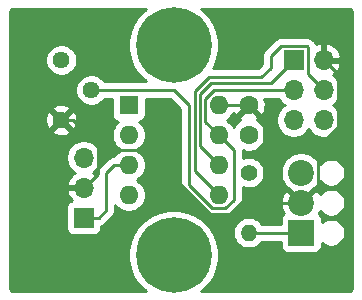
<source format=gbr>
G04 #@! TF.GenerationSoftware,KiCad,Pcbnew,(5.1.6)-1*
G04 #@! TF.CreationDate,2020-09-15T16:07:42-04:00*
G04 #@! TF.ProjectId,ServoLaser,53657276-6f4c-4617-9365-722e6b696361,rev?*
G04 #@! TF.SameCoordinates,Original*
G04 #@! TF.FileFunction,Copper,L1,Top*
G04 #@! TF.FilePolarity,Positive*
%FSLAX46Y46*%
G04 Gerber Fmt 4.6, Leading zero omitted, Abs format (unit mm)*
G04 Created by KiCad (PCBNEW (5.1.6)-1) date 2020-09-15 16:07:42*
%MOMM*%
%LPD*%
G01*
G04 APERTURE LIST*
G04 #@! TA.AperFunction,ComponentPad*
%ADD10R,1.700000X1.700000*%
G04 #@! TD*
G04 #@! TA.AperFunction,ComponentPad*
%ADD11O,1.700000X1.700000*%
G04 #@! TD*
G04 #@! TA.AperFunction,ComponentPad*
%ADD12C,1.600000*%
G04 #@! TD*
G04 #@! TA.AperFunction,ComponentPad*
%ADD13C,1.400000*%
G04 #@! TD*
G04 #@! TA.AperFunction,ComponentPad*
%ADD14O,1.400000X1.400000*%
G04 #@! TD*
G04 #@! TA.AperFunction,ComponentPad*
%ADD15R,1.600000X1.600000*%
G04 #@! TD*
G04 #@! TA.AperFunction,ComponentPad*
%ADD16O,1.600000X1.600000*%
G04 #@! TD*
G04 #@! TA.AperFunction,ComponentPad*
%ADD17C,1.440000*%
G04 #@! TD*
G04 #@! TA.AperFunction,ComponentPad*
%ADD18R,2.200000X2.200000*%
G04 #@! TD*
G04 #@! TA.AperFunction,ComponentPad*
%ADD19C,2.200000*%
G04 #@! TD*
G04 #@! TA.AperFunction,ComponentPad*
%ADD20C,6.400000*%
G04 #@! TD*
G04 #@! TA.AperFunction,Conductor*
%ADD21C,0.250000*%
G04 #@! TD*
G04 #@! TA.AperFunction,Conductor*
%ADD22C,0.254000*%
G04 #@! TD*
G04 APERTURE END LIST*
D10*
X98425000Y-81280000D03*
D11*
X100965000Y-81280000D03*
X98425000Y-83820000D03*
X100965000Y-83820000D03*
X98425000Y-86360000D03*
X100965000Y-86360000D03*
D12*
X94615000Y-85090000D03*
X94615000Y-87590000D03*
D13*
X94615000Y-90805000D03*
D14*
X94615000Y-95885000D03*
D15*
X84455000Y-85090000D03*
D16*
X92075000Y-92710000D03*
X84455000Y-87630000D03*
X92075000Y-90170000D03*
X84455000Y-90170000D03*
X92075000Y-87630000D03*
X84455000Y-92710000D03*
X92075000Y-85090000D03*
D17*
X78740000Y-81280000D03*
X81280000Y-83820000D03*
X78740000Y-86360000D03*
D18*
X99060000Y-95885000D03*
D19*
X99060000Y-93345000D03*
X99060000Y-90805000D03*
D10*
X80645000Y-94615000D03*
D11*
X80645000Y-92075000D03*
X80645000Y-89535000D03*
D20*
X88265000Y-80010000D03*
X88265000Y-97790000D03*
D21*
X92075000Y-85090000D02*
X94615000Y-85090000D01*
X99060000Y-93345000D02*
X96520000Y-93345000D01*
X96520000Y-93345000D02*
X95885000Y-92710000D01*
X95885000Y-86360000D02*
X94615000Y-85090000D01*
X95885000Y-92710000D02*
X95885000Y-86360000D01*
X102140001Y-82455001D02*
X100965000Y-81280000D01*
X102140001Y-86924001D02*
X102140001Y-82455001D01*
X100485001Y-88579001D02*
X102140001Y-86924001D01*
X100485001Y-91919999D02*
X100485001Y-88579001D01*
X99060000Y-93345000D02*
X100485001Y-91919999D01*
X79758233Y-86360000D02*
X78740000Y-86360000D01*
X81820001Y-90899999D02*
X81820001Y-88421768D01*
X80645000Y-92075000D02*
X81820001Y-90899999D01*
X99060000Y-93345000D02*
X93980000Y-93345000D01*
X93980000Y-93345000D02*
X93039989Y-94285011D01*
X91348598Y-94285010D02*
X87630000Y-90566412D01*
X93039989Y-94285011D02*
X91348598Y-94285010D01*
X87630000Y-90566412D02*
X87630000Y-89535000D01*
X86995000Y-88900000D02*
X82298232Y-88900000D01*
X82298232Y-88900000D02*
X80201616Y-86803384D01*
X81820001Y-88421768D02*
X80201616Y-86803384D01*
X87630000Y-89535000D02*
X86995000Y-88900000D01*
X80201616Y-86803384D02*
X79758233Y-86360000D01*
X80645000Y-94615000D02*
X81915000Y-94615000D01*
X81915000Y-94615000D02*
X82550000Y-93980000D01*
X82550000Y-93980000D02*
X82550000Y-90805000D01*
X83185000Y-90170000D02*
X84455000Y-90170000D01*
X82550000Y-90805000D02*
X83185000Y-90170000D01*
X90499989Y-88594989D02*
X90499989Y-84125011D01*
X92075000Y-90170000D02*
X90499989Y-88594989D01*
X90499989Y-84125011D02*
X91440000Y-83185000D01*
X96520000Y-83185000D02*
X98425000Y-81280000D01*
X91440000Y-83185000D02*
X96520000Y-83185000D01*
X91679998Y-83820000D02*
X98425000Y-83820000D01*
X90949999Y-84549999D02*
X91679998Y-83820000D01*
X90949999Y-86504999D02*
X90949999Y-84549999D01*
X92075000Y-87630000D02*
X90949999Y-86504999D01*
X81280000Y-83820000D02*
X88265000Y-83820000D01*
X88265000Y-83820000D02*
X89535000Y-85090000D01*
X92615001Y-93835001D02*
X93345000Y-93105002D01*
X91534999Y-93835001D02*
X92615001Y-93835001D01*
X89535000Y-85090000D02*
X89535000Y-91835002D01*
X89535000Y-91835002D02*
X91534999Y-93835001D01*
X93345000Y-88900000D02*
X92075000Y-87630000D01*
X93345000Y-93105002D02*
X93345000Y-88900000D01*
X97314999Y-80104999D02*
X96520000Y-80899998D01*
X99535001Y-80104999D02*
X97314999Y-80104999D01*
X99600001Y-80169999D02*
X99535001Y-80104999D01*
X100965000Y-83820000D02*
X99600001Y-82455001D01*
X99600001Y-82455001D02*
X99600001Y-80169999D01*
X96520000Y-80899998D02*
X96520000Y-81915000D01*
X91253599Y-82734991D02*
X90049979Y-83938611D01*
X96520000Y-81915000D02*
X95700010Y-82734990D01*
X95700010Y-82734990D02*
X91253599Y-82734991D01*
X90049979Y-90684979D02*
X92075000Y-92710000D01*
X90049979Y-83938611D02*
X90049979Y-90684979D01*
X94615000Y-95885000D02*
X99060000Y-95885000D01*
D22*
G36*
X85820330Y-77031161D02*
G01*
X85286161Y-77565330D01*
X84866467Y-78193446D01*
X84577377Y-78891372D01*
X84430000Y-79632285D01*
X84430000Y-80387715D01*
X84577377Y-81128628D01*
X84866467Y-81826554D01*
X85286161Y-82454670D01*
X85820330Y-82988839D01*
X85926830Y-83060000D01*
X82401828Y-83060000D01*
X82332497Y-82956238D01*
X82143762Y-82767503D01*
X81921833Y-82619215D01*
X81675239Y-82517072D01*
X81413456Y-82465000D01*
X81146544Y-82465000D01*
X80884761Y-82517072D01*
X80638167Y-82619215D01*
X80416238Y-82767503D01*
X80227503Y-82956238D01*
X80079215Y-83178167D01*
X79977072Y-83424761D01*
X79925000Y-83686544D01*
X79925000Y-83953456D01*
X79977072Y-84215239D01*
X80079215Y-84461833D01*
X80227503Y-84683762D01*
X80416238Y-84872497D01*
X80638167Y-85020785D01*
X80884761Y-85122928D01*
X81146544Y-85175000D01*
X81413456Y-85175000D01*
X81675239Y-85122928D01*
X81921833Y-85020785D01*
X82143762Y-84872497D01*
X82332497Y-84683762D01*
X82401828Y-84580000D01*
X83016928Y-84580000D01*
X83016928Y-85890000D01*
X83029188Y-86014482D01*
X83065498Y-86134180D01*
X83124463Y-86244494D01*
X83203815Y-86341185D01*
X83300506Y-86420537D01*
X83410820Y-86479502D01*
X83530518Y-86515812D01*
X83538961Y-86516643D01*
X83340363Y-86715241D01*
X83183320Y-86950273D01*
X83075147Y-87211426D01*
X83020000Y-87488665D01*
X83020000Y-87771335D01*
X83075147Y-88048574D01*
X83183320Y-88309727D01*
X83340363Y-88544759D01*
X83540241Y-88744637D01*
X83772759Y-88900000D01*
X83540241Y-89055363D01*
X83340363Y-89255241D01*
X83236957Y-89410000D01*
X83222333Y-89410000D01*
X83185000Y-89406323D01*
X83147667Y-89410000D01*
X83036014Y-89420997D01*
X82892753Y-89464454D01*
X82760724Y-89535026D01*
X82644999Y-89629999D01*
X82621201Y-89658997D01*
X82038998Y-90241201D01*
X82010000Y-90264999D01*
X81986202Y-90293997D01*
X81986201Y-90293998D01*
X81915026Y-90380724D01*
X81844454Y-90512754D01*
X81800998Y-90656015D01*
X81786324Y-90805000D01*
X81790001Y-90842332D01*
X81790001Y-91138296D01*
X81742588Y-91074731D01*
X81526355Y-90879822D01*
X81409466Y-90810195D01*
X81591632Y-90688475D01*
X81798475Y-90481632D01*
X81960990Y-90238411D01*
X82072932Y-89968158D01*
X82130000Y-89681260D01*
X82130000Y-89388740D01*
X82072932Y-89101842D01*
X81960990Y-88831589D01*
X81798475Y-88588368D01*
X81591632Y-88381525D01*
X81348411Y-88219010D01*
X81078158Y-88107068D01*
X80791260Y-88050000D01*
X80498740Y-88050000D01*
X80211842Y-88107068D01*
X79941589Y-88219010D01*
X79698368Y-88381525D01*
X79491525Y-88588368D01*
X79329010Y-88831589D01*
X79217068Y-89101842D01*
X79160000Y-89388740D01*
X79160000Y-89681260D01*
X79217068Y-89968158D01*
X79329010Y-90238411D01*
X79491525Y-90481632D01*
X79698368Y-90688475D01*
X79880534Y-90810195D01*
X79763645Y-90879822D01*
X79547412Y-91074731D01*
X79373359Y-91308080D01*
X79248175Y-91570901D01*
X79203524Y-91718110D01*
X79324845Y-91948000D01*
X80518000Y-91948000D01*
X80518000Y-91928000D01*
X80772000Y-91928000D01*
X80772000Y-91948000D01*
X80792000Y-91948000D01*
X80792000Y-92202000D01*
X80772000Y-92202000D01*
X80772000Y-92222000D01*
X80518000Y-92222000D01*
X80518000Y-92202000D01*
X79324845Y-92202000D01*
X79203524Y-92431890D01*
X79248175Y-92579099D01*
X79373359Y-92841920D01*
X79547412Y-93075269D01*
X79631466Y-93151034D01*
X79550820Y-93175498D01*
X79440506Y-93234463D01*
X79343815Y-93313815D01*
X79264463Y-93410506D01*
X79205498Y-93520820D01*
X79169188Y-93640518D01*
X79156928Y-93765000D01*
X79156928Y-95465000D01*
X79169188Y-95589482D01*
X79205498Y-95709180D01*
X79264463Y-95819494D01*
X79343815Y-95916185D01*
X79440506Y-95995537D01*
X79550820Y-96054502D01*
X79670518Y-96090812D01*
X79795000Y-96103072D01*
X81495000Y-96103072D01*
X81619482Y-96090812D01*
X81739180Y-96054502D01*
X81849494Y-95995537D01*
X81946185Y-95916185D01*
X82025537Y-95819494D01*
X82084502Y-95709180D01*
X82120812Y-95589482D01*
X82133072Y-95465000D01*
X82133072Y-95343046D01*
X82207247Y-95320546D01*
X82339276Y-95249974D01*
X82455001Y-95155001D01*
X82478803Y-95125998D01*
X83061004Y-94543798D01*
X83090001Y-94520001D01*
X83184974Y-94404276D01*
X83255546Y-94272247D01*
X83299003Y-94128986D01*
X83310000Y-94017333D01*
X83310000Y-94017332D01*
X83313677Y-93980000D01*
X83310000Y-93942667D01*
X83310000Y-93579317D01*
X83340363Y-93624759D01*
X83540241Y-93824637D01*
X83775273Y-93981680D01*
X84036426Y-94089853D01*
X84313665Y-94145000D01*
X84596335Y-94145000D01*
X84873574Y-94089853D01*
X85134727Y-93981680D01*
X85369759Y-93824637D01*
X85569637Y-93624759D01*
X85726680Y-93389727D01*
X85834853Y-93128574D01*
X85890000Y-92851335D01*
X85890000Y-92568665D01*
X85834853Y-92291426D01*
X85726680Y-92030273D01*
X85569637Y-91795241D01*
X85369759Y-91595363D01*
X85137241Y-91440000D01*
X85369759Y-91284637D01*
X85569637Y-91084759D01*
X85726680Y-90849727D01*
X85834853Y-90588574D01*
X85890000Y-90311335D01*
X85890000Y-90028665D01*
X85834853Y-89751426D01*
X85726680Y-89490273D01*
X85569637Y-89255241D01*
X85369759Y-89055363D01*
X85137241Y-88900000D01*
X85369759Y-88744637D01*
X85569637Y-88544759D01*
X85726680Y-88309727D01*
X85834853Y-88048574D01*
X85890000Y-87771335D01*
X85890000Y-87488665D01*
X85834853Y-87211426D01*
X85726680Y-86950273D01*
X85569637Y-86715241D01*
X85371039Y-86516643D01*
X85379482Y-86515812D01*
X85499180Y-86479502D01*
X85609494Y-86420537D01*
X85706185Y-86341185D01*
X85785537Y-86244494D01*
X85844502Y-86134180D01*
X85880812Y-86014482D01*
X85893072Y-85890000D01*
X85893072Y-84580000D01*
X87950199Y-84580000D01*
X88775000Y-85404802D01*
X88775001Y-91797670D01*
X88771324Y-91835002D01*
X88775001Y-91872335D01*
X88782454Y-91948000D01*
X88785998Y-91983987D01*
X88829454Y-92127248D01*
X88900026Y-92259278D01*
X88929233Y-92294866D01*
X88995000Y-92375003D01*
X89023998Y-92398801D01*
X90971200Y-94346004D01*
X90994998Y-94375002D01*
X91110723Y-94469975D01*
X91242752Y-94540547D01*
X91386013Y-94584004D01*
X91497666Y-94595001D01*
X91497674Y-94595001D01*
X91534999Y-94598677D01*
X91572324Y-94595001D01*
X92577679Y-94595001D01*
X92615001Y-94598677D01*
X92652323Y-94595001D01*
X92652334Y-94595001D01*
X92763987Y-94584004D01*
X92907248Y-94540547D01*
X93039277Y-94469975D01*
X93155002Y-94375002D01*
X93178804Y-94345999D01*
X93856009Y-93668796D01*
X93885001Y-93645003D01*
X93908795Y-93616010D01*
X93908799Y-93616006D01*
X93979973Y-93529279D01*
X93979974Y-93529278D01*
X94050546Y-93397249D01*
X94094003Y-93253988D01*
X94105000Y-93142335D01*
X94105000Y-93142326D01*
X94108676Y-93105003D01*
X94105000Y-93067680D01*
X94105000Y-92038744D01*
X94225595Y-92088696D01*
X94483514Y-92140000D01*
X94746486Y-92140000D01*
X95004405Y-92088696D01*
X95247359Y-91988061D01*
X95466013Y-91841962D01*
X95651962Y-91656013D01*
X95798061Y-91437359D01*
X95898696Y-91194405D01*
X95950000Y-90936486D01*
X95950000Y-90673514D01*
X95942164Y-90634117D01*
X97325000Y-90634117D01*
X97325000Y-90975883D01*
X97391675Y-91311081D01*
X97522463Y-91626831D01*
X97712337Y-91910998D01*
X97954002Y-92152663D01*
X98235074Y-92340469D01*
X99060000Y-93165395D01*
X99884926Y-92340469D01*
X100165998Y-92152663D01*
X100407663Y-91910998D01*
X100597537Y-91626831D01*
X100645910Y-91510048D01*
X100679550Y-91560394D01*
X100844606Y-91725450D01*
X101038692Y-91855134D01*
X101254348Y-91944461D01*
X101483288Y-91990000D01*
X101716712Y-91990000D01*
X101945652Y-91944461D01*
X102161308Y-91855134D01*
X102355394Y-91725450D01*
X102520450Y-91560394D01*
X102650134Y-91366308D01*
X102739461Y-91150652D01*
X102785000Y-90921712D01*
X102785000Y-90688288D01*
X102739461Y-90459348D01*
X102650134Y-90243692D01*
X102520450Y-90049606D01*
X102355394Y-89884550D01*
X102161308Y-89754866D01*
X101945652Y-89665539D01*
X101716712Y-89620000D01*
X101483288Y-89620000D01*
X101254348Y-89665539D01*
X101038692Y-89754866D01*
X100844606Y-89884550D01*
X100679550Y-90049606D01*
X100645910Y-90099952D01*
X100597537Y-89983169D01*
X100407663Y-89699002D01*
X100165998Y-89457337D01*
X99881831Y-89267463D01*
X99566081Y-89136675D01*
X99230883Y-89070000D01*
X98889117Y-89070000D01*
X98553919Y-89136675D01*
X98238169Y-89267463D01*
X97954002Y-89457337D01*
X97712337Y-89699002D01*
X97522463Y-89983169D01*
X97391675Y-90298919D01*
X97325000Y-90634117D01*
X95942164Y-90634117D01*
X95898696Y-90415595D01*
X95798061Y-90172641D01*
X95651962Y-89953987D01*
X95466013Y-89768038D01*
X95247359Y-89621939D01*
X95004405Y-89521304D01*
X94746486Y-89470000D01*
X94483514Y-89470000D01*
X94225595Y-89521304D01*
X94105000Y-89571256D01*
X94105000Y-88937322D01*
X94105505Y-88932192D01*
X94196426Y-88969853D01*
X94473665Y-89025000D01*
X94756335Y-89025000D01*
X95033574Y-88969853D01*
X95294727Y-88861680D01*
X95529759Y-88704637D01*
X95729637Y-88504759D01*
X95886680Y-88269727D01*
X95994853Y-88008574D01*
X96050000Y-87731335D01*
X96050000Y-87448665D01*
X95994853Y-87171426D01*
X95886680Y-86910273D01*
X95729637Y-86675241D01*
X95529759Y-86475363D01*
X95329131Y-86341308D01*
X95356514Y-86326671D01*
X95428097Y-86082702D01*
X94615000Y-85269605D01*
X93801903Y-86082702D01*
X93873486Y-86326671D01*
X93902341Y-86340324D01*
X93700241Y-86475363D01*
X93500363Y-86675241D01*
X93343320Y-86910273D01*
X93334378Y-86931861D01*
X93189637Y-86715241D01*
X92989759Y-86515363D01*
X92754727Y-86358320D01*
X92744135Y-86353933D01*
X92930131Y-86242385D01*
X93138519Y-86053414D01*
X93306037Y-85827420D01*
X93338936Y-85757814D01*
X93378329Y-85831514D01*
X93622298Y-85903097D01*
X94435395Y-85090000D01*
X94421253Y-85075858D01*
X94600858Y-84896253D01*
X94615000Y-84910395D01*
X94629143Y-84896253D01*
X94808748Y-85075858D01*
X94794605Y-85090000D01*
X95607702Y-85903097D01*
X95851671Y-85831514D01*
X95972571Y-85576004D01*
X96041300Y-85301816D01*
X96055217Y-85019488D01*
X96013787Y-84739870D01*
X95956615Y-84580000D01*
X97146822Y-84580000D01*
X97271525Y-84766632D01*
X97478368Y-84973475D01*
X97652760Y-85090000D01*
X97478368Y-85206525D01*
X97271525Y-85413368D01*
X97109010Y-85656589D01*
X96997068Y-85926842D01*
X96940000Y-86213740D01*
X96940000Y-86506260D01*
X96997068Y-86793158D01*
X97109010Y-87063411D01*
X97271525Y-87306632D01*
X97478368Y-87513475D01*
X97721589Y-87675990D01*
X97991842Y-87787932D01*
X98278740Y-87845000D01*
X98571260Y-87845000D01*
X98858158Y-87787932D01*
X99128411Y-87675990D01*
X99371632Y-87513475D01*
X99578475Y-87306632D01*
X99695000Y-87132240D01*
X99811525Y-87306632D01*
X100018368Y-87513475D01*
X100261589Y-87675990D01*
X100531842Y-87787932D01*
X100818740Y-87845000D01*
X101111260Y-87845000D01*
X101398158Y-87787932D01*
X101668411Y-87675990D01*
X101911632Y-87513475D01*
X102118475Y-87306632D01*
X102280990Y-87063411D01*
X102392932Y-86793158D01*
X102450000Y-86506260D01*
X102450000Y-86213740D01*
X102392932Y-85926842D01*
X102280990Y-85656589D01*
X102118475Y-85413368D01*
X101911632Y-85206525D01*
X101737240Y-85090000D01*
X101911632Y-84973475D01*
X102118475Y-84766632D01*
X102280990Y-84523411D01*
X102392932Y-84253158D01*
X102450000Y-83966260D01*
X102450000Y-83673740D01*
X102392932Y-83386842D01*
X102280990Y-83116589D01*
X102118475Y-82873368D01*
X101911632Y-82666525D01*
X101729466Y-82544805D01*
X101846355Y-82475178D01*
X102062588Y-82280269D01*
X102236641Y-82046920D01*
X102361825Y-81784099D01*
X102406476Y-81636890D01*
X102285155Y-81407000D01*
X101092000Y-81407000D01*
X101092000Y-81427000D01*
X100838000Y-81427000D01*
X100838000Y-81407000D01*
X100818000Y-81407000D01*
X100818000Y-81153000D01*
X100838000Y-81153000D01*
X100838000Y-79959186D01*
X101092000Y-79959186D01*
X101092000Y-81153000D01*
X102285155Y-81153000D01*
X102406476Y-80923110D01*
X102361825Y-80775901D01*
X102236641Y-80513080D01*
X102062588Y-80279731D01*
X101846355Y-80084822D01*
X101596252Y-79935843D01*
X101321891Y-79838519D01*
X101092000Y-79959186D01*
X100838000Y-79959186D01*
X100608109Y-79838519D01*
X100333748Y-79935843D01*
X100324787Y-79941181D01*
X100305547Y-79877752D01*
X100234975Y-79745723D01*
X100140002Y-79629998D01*
X100110998Y-79606195D01*
X100098805Y-79594002D01*
X100075002Y-79564998D01*
X99959277Y-79470025D01*
X99827248Y-79399453D01*
X99683987Y-79355996D01*
X99572334Y-79344999D01*
X99572323Y-79344999D01*
X99535001Y-79341323D01*
X99497679Y-79344999D01*
X97352321Y-79344999D01*
X97314998Y-79341323D01*
X97277675Y-79344999D01*
X97277666Y-79344999D01*
X97166013Y-79355996D01*
X97022752Y-79399453D01*
X96890723Y-79470025D01*
X96774998Y-79564998D01*
X96751200Y-79593997D01*
X96009002Y-80336195D01*
X95979999Y-80359997D01*
X95949431Y-80397245D01*
X95885026Y-80475722D01*
X95865058Y-80513080D01*
X95814454Y-80607752D01*
X95770997Y-80751013D01*
X95760000Y-80862666D01*
X95760000Y-80862676D01*
X95756324Y-80899998D01*
X95760000Y-80937321D01*
X95760001Y-81600198D01*
X95385209Y-81974990D01*
X91564350Y-81974992D01*
X91663533Y-81826554D01*
X91952623Y-81128628D01*
X92100000Y-80387715D01*
X92100000Y-79632285D01*
X91952623Y-78891372D01*
X91663533Y-78193446D01*
X91243839Y-77565330D01*
X90709670Y-77031161D01*
X90606163Y-76962000D01*
X103201014Y-76962000D01*
X103205819Y-76964555D01*
X103297596Y-77039407D01*
X103373091Y-77130664D01*
X103378000Y-77139743D01*
X103378000Y-100661014D01*
X103375446Y-100665817D01*
X103300594Y-100757595D01*
X103209335Y-100833091D01*
X103200256Y-100838000D01*
X90606163Y-100838000D01*
X90709670Y-100768839D01*
X91243839Y-100234670D01*
X91663533Y-99606554D01*
X91952623Y-98908628D01*
X92100000Y-98167715D01*
X92100000Y-97412285D01*
X91952623Y-96671372D01*
X91663533Y-95973446D01*
X91516580Y-95753514D01*
X93280000Y-95753514D01*
X93280000Y-96016486D01*
X93331304Y-96274405D01*
X93431939Y-96517359D01*
X93578038Y-96736013D01*
X93763987Y-96921962D01*
X93982641Y-97068061D01*
X94225595Y-97168696D01*
X94483514Y-97220000D01*
X94746486Y-97220000D01*
X95004405Y-97168696D01*
X95247359Y-97068061D01*
X95466013Y-96921962D01*
X95651962Y-96736013D01*
X95712775Y-96645000D01*
X97321928Y-96645000D01*
X97321928Y-96985000D01*
X97334188Y-97109482D01*
X97370498Y-97229180D01*
X97429463Y-97339494D01*
X97508815Y-97436185D01*
X97605506Y-97515537D01*
X97715820Y-97574502D01*
X97835518Y-97610812D01*
X97960000Y-97623072D01*
X100160000Y-97623072D01*
X100284482Y-97610812D01*
X100404180Y-97574502D01*
X100514494Y-97515537D01*
X100611185Y-97436185D01*
X100690537Y-97339494D01*
X100749502Y-97229180D01*
X100785812Y-97109482D01*
X100798072Y-96985000D01*
X100798072Y-96758916D01*
X100844606Y-96805450D01*
X101038692Y-96935134D01*
X101254348Y-97024461D01*
X101483288Y-97070000D01*
X101716712Y-97070000D01*
X101945652Y-97024461D01*
X102161308Y-96935134D01*
X102355394Y-96805450D01*
X102520450Y-96640394D01*
X102650134Y-96446308D01*
X102739461Y-96230652D01*
X102785000Y-96001712D01*
X102785000Y-95768288D01*
X102739461Y-95539348D01*
X102650134Y-95323692D01*
X102520450Y-95129606D01*
X102355394Y-94964550D01*
X102161308Y-94834866D01*
X101945652Y-94745539D01*
X101716712Y-94700000D01*
X101483288Y-94700000D01*
X101254348Y-94745539D01*
X101038692Y-94834866D01*
X100844606Y-94964550D01*
X100798072Y-95011084D01*
X100798072Y-94785000D01*
X100785812Y-94660518D01*
X100749502Y-94540820D01*
X100690537Y-94430506D01*
X100611185Y-94333815D01*
X100531267Y-94268228D01*
X100541338Y-94264274D01*
X100646387Y-94050762D01*
X100679550Y-94100394D01*
X100844606Y-94265450D01*
X101038692Y-94395134D01*
X101254348Y-94484461D01*
X101483288Y-94530000D01*
X101716712Y-94530000D01*
X101945652Y-94484461D01*
X102161308Y-94395134D01*
X102355394Y-94265450D01*
X102520450Y-94100394D01*
X102650134Y-93906308D01*
X102739461Y-93690652D01*
X102785000Y-93461712D01*
X102785000Y-93228288D01*
X102739461Y-92999348D01*
X102650134Y-92783692D01*
X102520450Y-92589606D01*
X102355394Y-92424550D01*
X102161308Y-92294866D01*
X101945652Y-92205539D01*
X101716712Y-92160000D01*
X101483288Y-92160000D01*
X101254348Y-92205539D01*
X101038692Y-92294866D01*
X100844606Y-92424550D01*
X100679550Y-92589606D01*
X100650445Y-92633165D01*
X100647336Y-92624034D01*
X100541338Y-92425726D01*
X100266712Y-92317893D01*
X99239605Y-93345000D01*
X99253748Y-93359143D01*
X99074143Y-93538748D01*
X99060000Y-93524605D01*
X99045858Y-93538748D01*
X98866253Y-93359143D01*
X98880395Y-93345000D01*
X97853288Y-92317893D01*
X97578662Y-92425726D01*
X97427784Y-92732384D01*
X97339631Y-93062585D01*
X97317591Y-93403639D01*
X97362511Y-93742439D01*
X97472664Y-94065966D01*
X97578662Y-94264274D01*
X97588733Y-94268228D01*
X97508815Y-94333815D01*
X97429463Y-94430506D01*
X97370498Y-94540820D01*
X97334188Y-94660518D01*
X97321928Y-94785000D01*
X97321928Y-95125000D01*
X95712775Y-95125000D01*
X95651962Y-95033987D01*
X95466013Y-94848038D01*
X95247359Y-94701939D01*
X95004405Y-94601304D01*
X94746486Y-94550000D01*
X94483514Y-94550000D01*
X94225595Y-94601304D01*
X93982641Y-94701939D01*
X93763987Y-94848038D01*
X93578038Y-95033987D01*
X93431939Y-95252641D01*
X93331304Y-95495595D01*
X93280000Y-95753514D01*
X91516580Y-95753514D01*
X91243839Y-95345330D01*
X90709670Y-94811161D01*
X90081554Y-94391467D01*
X89383628Y-94102377D01*
X88642715Y-93955000D01*
X87887285Y-93955000D01*
X87146372Y-94102377D01*
X86448446Y-94391467D01*
X85820330Y-94811161D01*
X85286161Y-95345330D01*
X84866467Y-95973446D01*
X84577377Y-96671372D01*
X84430000Y-97412285D01*
X84430000Y-98167715D01*
X84577377Y-98908628D01*
X84866467Y-99606554D01*
X85286161Y-100234670D01*
X85820330Y-100768839D01*
X85923837Y-100838000D01*
X74598986Y-100838000D01*
X74594183Y-100835446D01*
X74502405Y-100760594D01*
X74426909Y-100669335D01*
X74422000Y-100660256D01*
X74422000Y-87295560D01*
X77984045Y-87295560D01*
X78045932Y-87531368D01*
X78287790Y-87644266D01*
X78547027Y-87707811D01*
X78813680Y-87719561D01*
X79077501Y-87679063D01*
X79328353Y-87587875D01*
X79434068Y-87531368D01*
X79495955Y-87295560D01*
X78740000Y-86539605D01*
X77984045Y-87295560D01*
X74422000Y-87295560D01*
X74422000Y-86433680D01*
X77380439Y-86433680D01*
X77420937Y-86697501D01*
X77512125Y-86948353D01*
X77568632Y-87054068D01*
X77804440Y-87115955D01*
X78560395Y-86360000D01*
X78919605Y-86360000D01*
X79675560Y-87115955D01*
X79911368Y-87054068D01*
X80024266Y-86812210D01*
X80087811Y-86552973D01*
X80099561Y-86286320D01*
X80059063Y-86022499D01*
X79967875Y-85771647D01*
X79911368Y-85665932D01*
X79675560Y-85604045D01*
X78919605Y-86360000D01*
X78560395Y-86360000D01*
X77804440Y-85604045D01*
X77568632Y-85665932D01*
X77455734Y-85907790D01*
X77392189Y-86167027D01*
X77380439Y-86433680D01*
X74422000Y-86433680D01*
X74422000Y-85424440D01*
X77984045Y-85424440D01*
X78740000Y-86180395D01*
X79495955Y-85424440D01*
X79434068Y-85188632D01*
X79192210Y-85075734D01*
X78932973Y-85012189D01*
X78666320Y-85000439D01*
X78402499Y-85040937D01*
X78151647Y-85132125D01*
X78045932Y-85188632D01*
X77984045Y-85424440D01*
X74422000Y-85424440D01*
X74422000Y-81146544D01*
X77385000Y-81146544D01*
X77385000Y-81413456D01*
X77437072Y-81675239D01*
X77539215Y-81921833D01*
X77687503Y-82143762D01*
X77876238Y-82332497D01*
X78098167Y-82480785D01*
X78344761Y-82582928D01*
X78606544Y-82635000D01*
X78873456Y-82635000D01*
X79135239Y-82582928D01*
X79381833Y-82480785D01*
X79603762Y-82332497D01*
X79792497Y-82143762D01*
X79940785Y-81921833D01*
X80042928Y-81675239D01*
X80095000Y-81413456D01*
X80095000Y-81146544D01*
X80042928Y-80884761D01*
X79940785Y-80638167D01*
X79792497Y-80416238D01*
X79603762Y-80227503D01*
X79381833Y-80079215D01*
X79135239Y-79977072D01*
X78873456Y-79925000D01*
X78606544Y-79925000D01*
X78344761Y-79977072D01*
X78098167Y-80079215D01*
X77876238Y-80227503D01*
X77687503Y-80416238D01*
X77539215Y-80638167D01*
X77437072Y-80884761D01*
X77385000Y-81146544D01*
X74422000Y-81146544D01*
X74422000Y-77138986D01*
X74424555Y-77134181D01*
X74499407Y-77042404D01*
X74590664Y-76966909D01*
X74599743Y-76962000D01*
X85923837Y-76962000D01*
X85820330Y-77031161D01*
G37*
X85820330Y-77031161D02*
X85286161Y-77565330D01*
X84866467Y-78193446D01*
X84577377Y-78891372D01*
X84430000Y-79632285D01*
X84430000Y-80387715D01*
X84577377Y-81128628D01*
X84866467Y-81826554D01*
X85286161Y-82454670D01*
X85820330Y-82988839D01*
X85926830Y-83060000D01*
X82401828Y-83060000D01*
X82332497Y-82956238D01*
X82143762Y-82767503D01*
X81921833Y-82619215D01*
X81675239Y-82517072D01*
X81413456Y-82465000D01*
X81146544Y-82465000D01*
X80884761Y-82517072D01*
X80638167Y-82619215D01*
X80416238Y-82767503D01*
X80227503Y-82956238D01*
X80079215Y-83178167D01*
X79977072Y-83424761D01*
X79925000Y-83686544D01*
X79925000Y-83953456D01*
X79977072Y-84215239D01*
X80079215Y-84461833D01*
X80227503Y-84683762D01*
X80416238Y-84872497D01*
X80638167Y-85020785D01*
X80884761Y-85122928D01*
X81146544Y-85175000D01*
X81413456Y-85175000D01*
X81675239Y-85122928D01*
X81921833Y-85020785D01*
X82143762Y-84872497D01*
X82332497Y-84683762D01*
X82401828Y-84580000D01*
X83016928Y-84580000D01*
X83016928Y-85890000D01*
X83029188Y-86014482D01*
X83065498Y-86134180D01*
X83124463Y-86244494D01*
X83203815Y-86341185D01*
X83300506Y-86420537D01*
X83410820Y-86479502D01*
X83530518Y-86515812D01*
X83538961Y-86516643D01*
X83340363Y-86715241D01*
X83183320Y-86950273D01*
X83075147Y-87211426D01*
X83020000Y-87488665D01*
X83020000Y-87771335D01*
X83075147Y-88048574D01*
X83183320Y-88309727D01*
X83340363Y-88544759D01*
X83540241Y-88744637D01*
X83772759Y-88900000D01*
X83540241Y-89055363D01*
X83340363Y-89255241D01*
X83236957Y-89410000D01*
X83222333Y-89410000D01*
X83185000Y-89406323D01*
X83147667Y-89410000D01*
X83036014Y-89420997D01*
X82892753Y-89464454D01*
X82760724Y-89535026D01*
X82644999Y-89629999D01*
X82621201Y-89658997D01*
X82038998Y-90241201D01*
X82010000Y-90264999D01*
X81986202Y-90293997D01*
X81986201Y-90293998D01*
X81915026Y-90380724D01*
X81844454Y-90512754D01*
X81800998Y-90656015D01*
X81786324Y-90805000D01*
X81790001Y-90842332D01*
X81790001Y-91138296D01*
X81742588Y-91074731D01*
X81526355Y-90879822D01*
X81409466Y-90810195D01*
X81591632Y-90688475D01*
X81798475Y-90481632D01*
X81960990Y-90238411D01*
X82072932Y-89968158D01*
X82130000Y-89681260D01*
X82130000Y-89388740D01*
X82072932Y-89101842D01*
X81960990Y-88831589D01*
X81798475Y-88588368D01*
X81591632Y-88381525D01*
X81348411Y-88219010D01*
X81078158Y-88107068D01*
X80791260Y-88050000D01*
X80498740Y-88050000D01*
X80211842Y-88107068D01*
X79941589Y-88219010D01*
X79698368Y-88381525D01*
X79491525Y-88588368D01*
X79329010Y-88831589D01*
X79217068Y-89101842D01*
X79160000Y-89388740D01*
X79160000Y-89681260D01*
X79217068Y-89968158D01*
X79329010Y-90238411D01*
X79491525Y-90481632D01*
X79698368Y-90688475D01*
X79880534Y-90810195D01*
X79763645Y-90879822D01*
X79547412Y-91074731D01*
X79373359Y-91308080D01*
X79248175Y-91570901D01*
X79203524Y-91718110D01*
X79324845Y-91948000D01*
X80518000Y-91948000D01*
X80518000Y-91928000D01*
X80772000Y-91928000D01*
X80772000Y-91948000D01*
X80792000Y-91948000D01*
X80792000Y-92202000D01*
X80772000Y-92202000D01*
X80772000Y-92222000D01*
X80518000Y-92222000D01*
X80518000Y-92202000D01*
X79324845Y-92202000D01*
X79203524Y-92431890D01*
X79248175Y-92579099D01*
X79373359Y-92841920D01*
X79547412Y-93075269D01*
X79631466Y-93151034D01*
X79550820Y-93175498D01*
X79440506Y-93234463D01*
X79343815Y-93313815D01*
X79264463Y-93410506D01*
X79205498Y-93520820D01*
X79169188Y-93640518D01*
X79156928Y-93765000D01*
X79156928Y-95465000D01*
X79169188Y-95589482D01*
X79205498Y-95709180D01*
X79264463Y-95819494D01*
X79343815Y-95916185D01*
X79440506Y-95995537D01*
X79550820Y-96054502D01*
X79670518Y-96090812D01*
X79795000Y-96103072D01*
X81495000Y-96103072D01*
X81619482Y-96090812D01*
X81739180Y-96054502D01*
X81849494Y-95995537D01*
X81946185Y-95916185D01*
X82025537Y-95819494D01*
X82084502Y-95709180D01*
X82120812Y-95589482D01*
X82133072Y-95465000D01*
X82133072Y-95343046D01*
X82207247Y-95320546D01*
X82339276Y-95249974D01*
X82455001Y-95155001D01*
X82478803Y-95125998D01*
X83061004Y-94543798D01*
X83090001Y-94520001D01*
X83184974Y-94404276D01*
X83255546Y-94272247D01*
X83299003Y-94128986D01*
X83310000Y-94017333D01*
X83310000Y-94017332D01*
X83313677Y-93980000D01*
X83310000Y-93942667D01*
X83310000Y-93579317D01*
X83340363Y-93624759D01*
X83540241Y-93824637D01*
X83775273Y-93981680D01*
X84036426Y-94089853D01*
X84313665Y-94145000D01*
X84596335Y-94145000D01*
X84873574Y-94089853D01*
X85134727Y-93981680D01*
X85369759Y-93824637D01*
X85569637Y-93624759D01*
X85726680Y-93389727D01*
X85834853Y-93128574D01*
X85890000Y-92851335D01*
X85890000Y-92568665D01*
X85834853Y-92291426D01*
X85726680Y-92030273D01*
X85569637Y-91795241D01*
X85369759Y-91595363D01*
X85137241Y-91440000D01*
X85369759Y-91284637D01*
X85569637Y-91084759D01*
X85726680Y-90849727D01*
X85834853Y-90588574D01*
X85890000Y-90311335D01*
X85890000Y-90028665D01*
X85834853Y-89751426D01*
X85726680Y-89490273D01*
X85569637Y-89255241D01*
X85369759Y-89055363D01*
X85137241Y-88900000D01*
X85369759Y-88744637D01*
X85569637Y-88544759D01*
X85726680Y-88309727D01*
X85834853Y-88048574D01*
X85890000Y-87771335D01*
X85890000Y-87488665D01*
X85834853Y-87211426D01*
X85726680Y-86950273D01*
X85569637Y-86715241D01*
X85371039Y-86516643D01*
X85379482Y-86515812D01*
X85499180Y-86479502D01*
X85609494Y-86420537D01*
X85706185Y-86341185D01*
X85785537Y-86244494D01*
X85844502Y-86134180D01*
X85880812Y-86014482D01*
X85893072Y-85890000D01*
X85893072Y-84580000D01*
X87950199Y-84580000D01*
X88775000Y-85404802D01*
X88775001Y-91797670D01*
X88771324Y-91835002D01*
X88775001Y-91872335D01*
X88782454Y-91948000D01*
X88785998Y-91983987D01*
X88829454Y-92127248D01*
X88900026Y-92259278D01*
X88929233Y-92294866D01*
X88995000Y-92375003D01*
X89023998Y-92398801D01*
X90971200Y-94346004D01*
X90994998Y-94375002D01*
X91110723Y-94469975D01*
X91242752Y-94540547D01*
X91386013Y-94584004D01*
X91497666Y-94595001D01*
X91497674Y-94595001D01*
X91534999Y-94598677D01*
X91572324Y-94595001D01*
X92577679Y-94595001D01*
X92615001Y-94598677D01*
X92652323Y-94595001D01*
X92652334Y-94595001D01*
X92763987Y-94584004D01*
X92907248Y-94540547D01*
X93039277Y-94469975D01*
X93155002Y-94375002D01*
X93178804Y-94345999D01*
X93856009Y-93668796D01*
X93885001Y-93645003D01*
X93908795Y-93616010D01*
X93908799Y-93616006D01*
X93979973Y-93529279D01*
X93979974Y-93529278D01*
X94050546Y-93397249D01*
X94094003Y-93253988D01*
X94105000Y-93142335D01*
X94105000Y-93142326D01*
X94108676Y-93105003D01*
X94105000Y-93067680D01*
X94105000Y-92038744D01*
X94225595Y-92088696D01*
X94483514Y-92140000D01*
X94746486Y-92140000D01*
X95004405Y-92088696D01*
X95247359Y-91988061D01*
X95466013Y-91841962D01*
X95651962Y-91656013D01*
X95798061Y-91437359D01*
X95898696Y-91194405D01*
X95950000Y-90936486D01*
X95950000Y-90673514D01*
X95942164Y-90634117D01*
X97325000Y-90634117D01*
X97325000Y-90975883D01*
X97391675Y-91311081D01*
X97522463Y-91626831D01*
X97712337Y-91910998D01*
X97954002Y-92152663D01*
X98235074Y-92340469D01*
X99060000Y-93165395D01*
X99884926Y-92340469D01*
X100165998Y-92152663D01*
X100407663Y-91910998D01*
X100597537Y-91626831D01*
X100645910Y-91510048D01*
X100679550Y-91560394D01*
X100844606Y-91725450D01*
X101038692Y-91855134D01*
X101254348Y-91944461D01*
X101483288Y-91990000D01*
X101716712Y-91990000D01*
X101945652Y-91944461D01*
X102161308Y-91855134D01*
X102355394Y-91725450D01*
X102520450Y-91560394D01*
X102650134Y-91366308D01*
X102739461Y-91150652D01*
X102785000Y-90921712D01*
X102785000Y-90688288D01*
X102739461Y-90459348D01*
X102650134Y-90243692D01*
X102520450Y-90049606D01*
X102355394Y-89884550D01*
X102161308Y-89754866D01*
X101945652Y-89665539D01*
X101716712Y-89620000D01*
X101483288Y-89620000D01*
X101254348Y-89665539D01*
X101038692Y-89754866D01*
X100844606Y-89884550D01*
X100679550Y-90049606D01*
X100645910Y-90099952D01*
X100597537Y-89983169D01*
X100407663Y-89699002D01*
X100165998Y-89457337D01*
X99881831Y-89267463D01*
X99566081Y-89136675D01*
X99230883Y-89070000D01*
X98889117Y-89070000D01*
X98553919Y-89136675D01*
X98238169Y-89267463D01*
X97954002Y-89457337D01*
X97712337Y-89699002D01*
X97522463Y-89983169D01*
X97391675Y-90298919D01*
X97325000Y-90634117D01*
X95942164Y-90634117D01*
X95898696Y-90415595D01*
X95798061Y-90172641D01*
X95651962Y-89953987D01*
X95466013Y-89768038D01*
X95247359Y-89621939D01*
X95004405Y-89521304D01*
X94746486Y-89470000D01*
X94483514Y-89470000D01*
X94225595Y-89521304D01*
X94105000Y-89571256D01*
X94105000Y-88937322D01*
X94105505Y-88932192D01*
X94196426Y-88969853D01*
X94473665Y-89025000D01*
X94756335Y-89025000D01*
X95033574Y-88969853D01*
X95294727Y-88861680D01*
X95529759Y-88704637D01*
X95729637Y-88504759D01*
X95886680Y-88269727D01*
X95994853Y-88008574D01*
X96050000Y-87731335D01*
X96050000Y-87448665D01*
X95994853Y-87171426D01*
X95886680Y-86910273D01*
X95729637Y-86675241D01*
X95529759Y-86475363D01*
X95329131Y-86341308D01*
X95356514Y-86326671D01*
X95428097Y-86082702D01*
X94615000Y-85269605D01*
X93801903Y-86082702D01*
X93873486Y-86326671D01*
X93902341Y-86340324D01*
X93700241Y-86475363D01*
X93500363Y-86675241D01*
X93343320Y-86910273D01*
X93334378Y-86931861D01*
X93189637Y-86715241D01*
X92989759Y-86515363D01*
X92754727Y-86358320D01*
X92744135Y-86353933D01*
X92930131Y-86242385D01*
X93138519Y-86053414D01*
X93306037Y-85827420D01*
X93338936Y-85757814D01*
X93378329Y-85831514D01*
X93622298Y-85903097D01*
X94435395Y-85090000D01*
X94421253Y-85075858D01*
X94600858Y-84896253D01*
X94615000Y-84910395D01*
X94629143Y-84896253D01*
X94808748Y-85075858D01*
X94794605Y-85090000D01*
X95607702Y-85903097D01*
X95851671Y-85831514D01*
X95972571Y-85576004D01*
X96041300Y-85301816D01*
X96055217Y-85019488D01*
X96013787Y-84739870D01*
X95956615Y-84580000D01*
X97146822Y-84580000D01*
X97271525Y-84766632D01*
X97478368Y-84973475D01*
X97652760Y-85090000D01*
X97478368Y-85206525D01*
X97271525Y-85413368D01*
X97109010Y-85656589D01*
X96997068Y-85926842D01*
X96940000Y-86213740D01*
X96940000Y-86506260D01*
X96997068Y-86793158D01*
X97109010Y-87063411D01*
X97271525Y-87306632D01*
X97478368Y-87513475D01*
X97721589Y-87675990D01*
X97991842Y-87787932D01*
X98278740Y-87845000D01*
X98571260Y-87845000D01*
X98858158Y-87787932D01*
X99128411Y-87675990D01*
X99371632Y-87513475D01*
X99578475Y-87306632D01*
X99695000Y-87132240D01*
X99811525Y-87306632D01*
X100018368Y-87513475D01*
X100261589Y-87675990D01*
X100531842Y-87787932D01*
X100818740Y-87845000D01*
X101111260Y-87845000D01*
X101398158Y-87787932D01*
X101668411Y-87675990D01*
X101911632Y-87513475D01*
X102118475Y-87306632D01*
X102280990Y-87063411D01*
X102392932Y-86793158D01*
X102450000Y-86506260D01*
X102450000Y-86213740D01*
X102392932Y-85926842D01*
X102280990Y-85656589D01*
X102118475Y-85413368D01*
X101911632Y-85206525D01*
X101737240Y-85090000D01*
X101911632Y-84973475D01*
X102118475Y-84766632D01*
X102280990Y-84523411D01*
X102392932Y-84253158D01*
X102450000Y-83966260D01*
X102450000Y-83673740D01*
X102392932Y-83386842D01*
X102280990Y-83116589D01*
X102118475Y-82873368D01*
X101911632Y-82666525D01*
X101729466Y-82544805D01*
X101846355Y-82475178D01*
X102062588Y-82280269D01*
X102236641Y-82046920D01*
X102361825Y-81784099D01*
X102406476Y-81636890D01*
X102285155Y-81407000D01*
X101092000Y-81407000D01*
X101092000Y-81427000D01*
X100838000Y-81427000D01*
X100838000Y-81407000D01*
X100818000Y-81407000D01*
X100818000Y-81153000D01*
X100838000Y-81153000D01*
X100838000Y-79959186D01*
X101092000Y-79959186D01*
X101092000Y-81153000D01*
X102285155Y-81153000D01*
X102406476Y-80923110D01*
X102361825Y-80775901D01*
X102236641Y-80513080D01*
X102062588Y-80279731D01*
X101846355Y-80084822D01*
X101596252Y-79935843D01*
X101321891Y-79838519D01*
X101092000Y-79959186D01*
X100838000Y-79959186D01*
X100608109Y-79838519D01*
X100333748Y-79935843D01*
X100324787Y-79941181D01*
X100305547Y-79877752D01*
X100234975Y-79745723D01*
X100140002Y-79629998D01*
X100110998Y-79606195D01*
X100098805Y-79594002D01*
X100075002Y-79564998D01*
X99959277Y-79470025D01*
X99827248Y-79399453D01*
X99683987Y-79355996D01*
X99572334Y-79344999D01*
X99572323Y-79344999D01*
X99535001Y-79341323D01*
X99497679Y-79344999D01*
X97352321Y-79344999D01*
X97314998Y-79341323D01*
X97277675Y-79344999D01*
X97277666Y-79344999D01*
X97166013Y-79355996D01*
X97022752Y-79399453D01*
X96890723Y-79470025D01*
X96774998Y-79564998D01*
X96751200Y-79593997D01*
X96009002Y-80336195D01*
X95979999Y-80359997D01*
X95949431Y-80397245D01*
X95885026Y-80475722D01*
X95865058Y-80513080D01*
X95814454Y-80607752D01*
X95770997Y-80751013D01*
X95760000Y-80862666D01*
X95760000Y-80862676D01*
X95756324Y-80899998D01*
X95760000Y-80937321D01*
X95760001Y-81600198D01*
X95385209Y-81974990D01*
X91564350Y-81974992D01*
X91663533Y-81826554D01*
X91952623Y-81128628D01*
X92100000Y-80387715D01*
X92100000Y-79632285D01*
X91952623Y-78891372D01*
X91663533Y-78193446D01*
X91243839Y-77565330D01*
X90709670Y-77031161D01*
X90606163Y-76962000D01*
X103201014Y-76962000D01*
X103205819Y-76964555D01*
X103297596Y-77039407D01*
X103373091Y-77130664D01*
X103378000Y-77139743D01*
X103378000Y-100661014D01*
X103375446Y-100665817D01*
X103300594Y-100757595D01*
X103209335Y-100833091D01*
X103200256Y-100838000D01*
X90606163Y-100838000D01*
X90709670Y-100768839D01*
X91243839Y-100234670D01*
X91663533Y-99606554D01*
X91952623Y-98908628D01*
X92100000Y-98167715D01*
X92100000Y-97412285D01*
X91952623Y-96671372D01*
X91663533Y-95973446D01*
X91516580Y-95753514D01*
X93280000Y-95753514D01*
X93280000Y-96016486D01*
X93331304Y-96274405D01*
X93431939Y-96517359D01*
X93578038Y-96736013D01*
X93763987Y-96921962D01*
X93982641Y-97068061D01*
X94225595Y-97168696D01*
X94483514Y-97220000D01*
X94746486Y-97220000D01*
X95004405Y-97168696D01*
X95247359Y-97068061D01*
X95466013Y-96921962D01*
X95651962Y-96736013D01*
X95712775Y-96645000D01*
X97321928Y-96645000D01*
X97321928Y-96985000D01*
X97334188Y-97109482D01*
X97370498Y-97229180D01*
X97429463Y-97339494D01*
X97508815Y-97436185D01*
X97605506Y-97515537D01*
X97715820Y-97574502D01*
X97835518Y-97610812D01*
X97960000Y-97623072D01*
X100160000Y-97623072D01*
X100284482Y-97610812D01*
X100404180Y-97574502D01*
X100514494Y-97515537D01*
X100611185Y-97436185D01*
X100690537Y-97339494D01*
X100749502Y-97229180D01*
X100785812Y-97109482D01*
X100798072Y-96985000D01*
X100798072Y-96758916D01*
X100844606Y-96805450D01*
X101038692Y-96935134D01*
X101254348Y-97024461D01*
X101483288Y-97070000D01*
X101716712Y-97070000D01*
X101945652Y-97024461D01*
X102161308Y-96935134D01*
X102355394Y-96805450D01*
X102520450Y-96640394D01*
X102650134Y-96446308D01*
X102739461Y-96230652D01*
X102785000Y-96001712D01*
X102785000Y-95768288D01*
X102739461Y-95539348D01*
X102650134Y-95323692D01*
X102520450Y-95129606D01*
X102355394Y-94964550D01*
X102161308Y-94834866D01*
X101945652Y-94745539D01*
X101716712Y-94700000D01*
X101483288Y-94700000D01*
X101254348Y-94745539D01*
X101038692Y-94834866D01*
X100844606Y-94964550D01*
X100798072Y-95011084D01*
X100798072Y-94785000D01*
X100785812Y-94660518D01*
X100749502Y-94540820D01*
X100690537Y-94430506D01*
X100611185Y-94333815D01*
X100531267Y-94268228D01*
X100541338Y-94264274D01*
X100646387Y-94050762D01*
X100679550Y-94100394D01*
X100844606Y-94265450D01*
X101038692Y-94395134D01*
X101254348Y-94484461D01*
X101483288Y-94530000D01*
X101716712Y-94530000D01*
X101945652Y-94484461D01*
X102161308Y-94395134D01*
X102355394Y-94265450D01*
X102520450Y-94100394D01*
X102650134Y-93906308D01*
X102739461Y-93690652D01*
X102785000Y-93461712D01*
X102785000Y-93228288D01*
X102739461Y-92999348D01*
X102650134Y-92783692D01*
X102520450Y-92589606D01*
X102355394Y-92424550D01*
X102161308Y-92294866D01*
X101945652Y-92205539D01*
X101716712Y-92160000D01*
X101483288Y-92160000D01*
X101254348Y-92205539D01*
X101038692Y-92294866D01*
X100844606Y-92424550D01*
X100679550Y-92589606D01*
X100650445Y-92633165D01*
X100647336Y-92624034D01*
X100541338Y-92425726D01*
X100266712Y-92317893D01*
X99239605Y-93345000D01*
X99253748Y-93359143D01*
X99074143Y-93538748D01*
X99060000Y-93524605D01*
X99045858Y-93538748D01*
X98866253Y-93359143D01*
X98880395Y-93345000D01*
X97853288Y-92317893D01*
X97578662Y-92425726D01*
X97427784Y-92732384D01*
X97339631Y-93062585D01*
X97317591Y-93403639D01*
X97362511Y-93742439D01*
X97472664Y-94065966D01*
X97578662Y-94264274D01*
X97588733Y-94268228D01*
X97508815Y-94333815D01*
X97429463Y-94430506D01*
X97370498Y-94540820D01*
X97334188Y-94660518D01*
X97321928Y-94785000D01*
X97321928Y-95125000D01*
X95712775Y-95125000D01*
X95651962Y-95033987D01*
X95466013Y-94848038D01*
X95247359Y-94701939D01*
X95004405Y-94601304D01*
X94746486Y-94550000D01*
X94483514Y-94550000D01*
X94225595Y-94601304D01*
X93982641Y-94701939D01*
X93763987Y-94848038D01*
X93578038Y-95033987D01*
X93431939Y-95252641D01*
X93331304Y-95495595D01*
X93280000Y-95753514D01*
X91516580Y-95753514D01*
X91243839Y-95345330D01*
X90709670Y-94811161D01*
X90081554Y-94391467D01*
X89383628Y-94102377D01*
X88642715Y-93955000D01*
X87887285Y-93955000D01*
X87146372Y-94102377D01*
X86448446Y-94391467D01*
X85820330Y-94811161D01*
X85286161Y-95345330D01*
X84866467Y-95973446D01*
X84577377Y-96671372D01*
X84430000Y-97412285D01*
X84430000Y-98167715D01*
X84577377Y-98908628D01*
X84866467Y-99606554D01*
X85286161Y-100234670D01*
X85820330Y-100768839D01*
X85923837Y-100838000D01*
X74598986Y-100838000D01*
X74594183Y-100835446D01*
X74502405Y-100760594D01*
X74426909Y-100669335D01*
X74422000Y-100660256D01*
X74422000Y-87295560D01*
X77984045Y-87295560D01*
X78045932Y-87531368D01*
X78287790Y-87644266D01*
X78547027Y-87707811D01*
X78813680Y-87719561D01*
X79077501Y-87679063D01*
X79328353Y-87587875D01*
X79434068Y-87531368D01*
X79495955Y-87295560D01*
X78740000Y-86539605D01*
X77984045Y-87295560D01*
X74422000Y-87295560D01*
X74422000Y-86433680D01*
X77380439Y-86433680D01*
X77420937Y-86697501D01*
X77512125Y-86948353D01*
X77568632Y-87054068D01*
X77804440Y-87115955D01*
X78560395Y-86360000D01*
X78919605Y-86360000D01*
X79675560Y-87115955D01*
X79911368Y-87054068D01*
X80024266Y-86812210D01*
X80087811Y-86552973D01*
X80099561Y-86286320D01*
X80059063Y-86022499D01*
X79967875Y-85771647D01*
X79911368Y-85665932D01*
X79675560Y-85604045D01*
X78919605Y-86360000D01*
X78560395Y-86360000D01*
X77804440Y-85604045D01*
X77568632Y-85665932D01*
X77455734Y-85907790D01*
X77392189Y-86167027D01*
X77380439Y-86433680D01*
X74422000Y-86433680D01*
X74422000Y-85424440D01*
X77984045Y-85424440D01*
X78740000Y-86180395D01*
X79495955Y-85424440D01*
X79434068Y-85188632D01*
X79192210Y-85075734D01*
X78932973Y-85012189D01*
X78666320Y-85000439D01*
X78402499Y-85040937D01*
X78151647Y-85132125D01*
X78045932Y-85188632D01*
X77984045Y-85424440D01*
X74422000Y-85424440D01*
X74422000Y-81146544D01*
X77385000Y-81146544D01*
X77385000Y-81413456D01*
X77437072Y-81675239D01*
X77539215Y-81921833D01*
X77687503Y-82143762D01*
X77876238Y-82332497D01*
X78098167Y-82480785D01*
X78344761Y-82582928D01*
X78606544Y-82635000D01*
X78873456Y-82635000D01*
X79135239Y-82582928D01*
X79381833Y-82480785D01*
X79603762Y-82332497D01*
X79792497Y-82143762D01*
X79940785Y-81921833D01*
X80042928Y-81675239D01*
X80095000Y-81413456D01*
X80095000Y-81146544D01*
X80042928Y-80884761D01*
X79940785Y-80638167D01*
X79792497Y-80416238D01*
X79603762Y-80227503D01*
X79381833Y-80079215D01*
X79135239Y-79977072D01*
X78873456Y-79925000D01*
X78606544Y-79925000D01*
X78344761Y-79977072D01*
X78098167Y-80079215D01*
X77876238Y-80227503D01*
X77687503Y-80416238D01*
X77539215Y-80638167D01*
X77437072Y-80884761D01*
X77385000Y-81146544D01*
X74422000Y-81146544D01*
X74422000Y-77138986D01*
X74424555Y-77134181D01*
X74499407Y-77042404D01*
X74590664Y-76966909D01*
X74599743Y-76962000D01*
X85923837Y-76962000D01*
X85820330Y-77031161D01*
G36*
X92202000Y-84963000D02*
G01*
X92222000Y-84963000D01*
X92222000Y-85217000D01*
X92202000Y-85217000D01*
X92202000Y-85237000D01*
X91948000Y-85237000D01*
X91948000Y-85217000D01*
X91928000Y-85217000D01*
X91928000Y-84963000D01*
X91948000Y-84963000D01*
X91948000Y-84943000D01*
X92202000Y-84943000D01*
X92202000Y-84963000D01*
G37*
X92202000Y-84963000D02*
X92222000Y-84963000D01*
X92222000Y-85217000D01*
X92202000Y-85217000D01*
X92202000Y-85237000D01*
X91948000Y-85237000D01*
X91948000Y-85217000D01*
X91928000Y-85217000D01*
X91928000Y-84963000D01*
X91948000Y-84963000D01*
X91948000Y-84943000D01*
X92202000Y-84943000D01*
X92202000Y-84963000D01*
M02*

</source>
